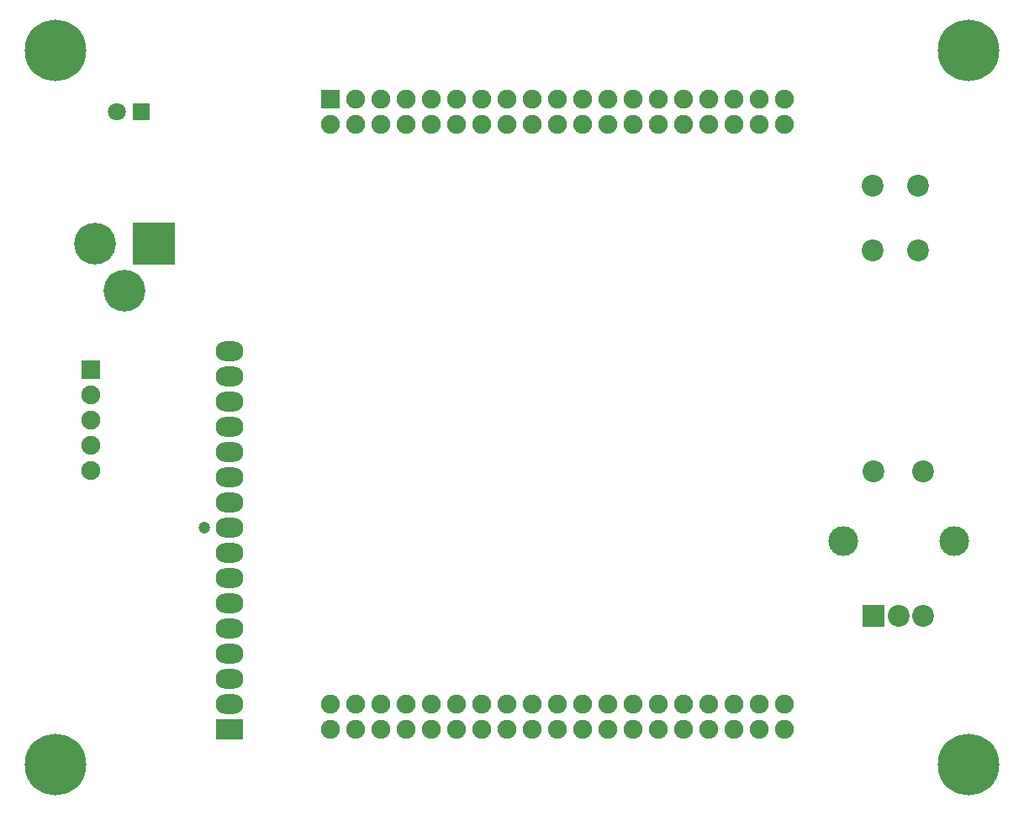
<source format=gbr>
G04 #@! TF.GenerationSoftware,KiCad,Pcbnew,5.0.0-fee4fd1~66~ubuntu18.04.1*
G04 #@! TF.CreationDate,2018-11-22T16:37:43+01:00*
G04 #@! TF.ProjectId,hwpboard,687770626F6172642E6B696361645F70,rev?*
G04 #@! TF.SameCoordinates,PX67c7620PY282da50*
G04 #@! TF.FileFunction,Soldermask,Bot*
G04 #@! TF.FilePolarity,Negative*
%FSLAX45Y45*%
G04 Gerber Fmt 4.5, Leading zero omitted, Abs format (unit mm)*
G04 Created by KiCad (PCBNEW 5.0.0-fee4fd1~66~ubuntu18.04.1) date Thu Nov 22 16:37:43 2018*
%MOMM*%
%LPD*%
G01*
G04 APERTURE LIST*
%ADD10R,2.800000X2.000000*%
%ADD11O,2.800000X2.000000*%
%ADD12C,1.900000*%
%ADD13R,1.900000X1.900000*%
%ADD14R,4.300000X4.300000*%
%ADD15C,4.200000*%
%ADD16C,6.200000*%
%ADD17O,1.900000X1.900000*%
%ADD18C,2.200000*%
%ADD19C,3.000000*%
%ADD20R,2.200000X2.200000*%
%ADD21R,1.800000X1.800000*%
%ADD22C,1.800000*%
%ADD23C,1.200000*%
G04 APERTURE END LIST*
D10*
G04 #@! TO.C,LCD1*
X2159000Y-7239000D03*
D11*
X2159000Y-6985000D03*
X2159000Y-6731000D03*
X2159000Y-6477000D03*
X2159000Y-6223000D03*
X2159000Y-5969000D03*
X2159000Y-5715000D03*
X2159000Y-5461000D03*
X2159000Y-5207000D03*
X2159000Y-4953000D03*
X2159000Y-4699000D03*
X2159000Y-4445000D03*
X2159000Y-4191000D03*
X2159000Y-3937000D03*
X2159000Y-3683000D03*
X2159000Y-3429000D03*
G04 #@! TD*
D12*
G04 #@! TO.C,NUCBRD1*
X7747000Y-7239000D03*
X7747000Y-6985000D03*
X7493000Y-7239000D03*
X7493000Y-6985000D03*
X7239000Y-7239000D03*
X7239000Y-6985000D03*
X6985000Y-7239000D03*
X6985000Y-6985000D03*
X6731000Y-7239000D03*
X6731000Y-6985000D03*
X6477000Y-7239000D03*
X6477000Y-6985000D03*
X6223000Y-7239000D03*
X6223000Y-6985000D03*
X5969000Y-7239000D03*
X5969000Y-6985000D03*
X5715000Y-7239000D03*
X5715000Y-6985000D03*
X5461000Y-7239000D03*
X5461000Y-6985000D03*
X5207000Y-7239000D03*
X5207000Y-6985000D03*
X4953000Y-7239000D03*
X4953000Y-6985000D03*
X4699000Y-7239000D03*
X4699000Y-6985000D03*
X4445000Y-7239000D03*
X4445000Y-6985000D03*
X4191000Y-7239000D03*
X4191000Y-6985000D03*
X3937000Y-7239000D03*
X3937000Y-6985000D03*
X3683000Y-7239000D03*
X3683000Y-6985000D03*
X3429000Y-7239000D03*
X3429000Y-6985000D03*
X3175000Y-7239000D03*
X3175000Y-6985000D03*
X7747000Y-1143000D03*
X7747000Y-889000D03*
X7493000Y-1143000D03*
X7493000Y-889000D03*
X7239000Y-1143000D03*
X7239000Y-889000D03*
X6985000Y-1143000D03*
X6985000Y-889000D03*
X6731000Y-1143000D03*
X6731000Y-889000D03*
X6477000Y-1143000D03*
X6477000Y-889000D03*
X6223000Y-1143000D03*
X6223000Y-889000D03*
X5969000Y-1143000D03*
X5969000Y-889000D03*
X5715000Y-1143000D03*
X5715000Y-889000D03*
X5461000Y-1143000D03*
X5461000Y-889000D03*
X5207000Y-1143000D03*
X5207000Y-889000D03*
X4953000Y-1143000D03*
X4953000Y-889000D03*
X4699000Y-1143000D03*
X4699000Y-889000D03*
X4445000Y-1143000D03*
X4445000Y-889000D03*
X4191000Y-1143000D03*
X4191000Y-889000D03*
X3937000Y-1143000D03*
X3937000Y-889000D03*
X3683000Y-1143000D03*
X3683000Y-889000D03*
X3429000Y-1143000D03*
X3429000Y-889000D03*
X3175000Y-1143000D03*
D13*
X3175000Y-889000D03*
G04 #@! TD*
D14*
G04 #@! TO.C,J1*
X1397000Y-2349500D03*
D15*
X797000Y-2349500D03*
X1097000Y-2819500D03*
G04 #@! TD*
D16*
G04 #@! TO.C,J2*
X399000Y-401000D03*
G04 #@! TD*
G04 #@! TO.C,J3*
X399000Y-7601000D03*
G04 #@! TD*
G04 #@! TO.C,J4*
X9599000Y-401000D03*
G04 #@! TD*
G04 #@! TO.C,J5*
X9599000Y-7601000D03*
G04 #@! TD*
D13*
G04 #@! TO.C,MoistureSensor1*
X762000Y-3619500D03*
D17*
X762000Y-3873500D03*
X762000Y-4127500D03*
X762000Y-4381500D03*
X762000Y-4635500D03*
G04 #@! TD*
D18*
G04 #@! TO.C,PushButton1*
X8636000Y-1763000D03*
X9086000Y-1763000D03*
X8636000Y-2413000D03*
X9086000Y-2413000D03*
G04 #@! TD*
G04 #@! TO.C,RotaryEncoder1*
X9144000Y-4646000D03*
X8644000Y-4646000D03*
D19*
X9454000Y-5346000D03*
X8334000Y-5346000D03*
D18*
X9144000Y-6096000D03*
X8894000Y-6096000D03*
D20*
X8644000Y-6096000D03*
G04 #@! TD*
D21*
G04 #@! TO.C,C3*
X1270000Y-1016000D03*
D22*
X1020000Y-1016000D03*
G04 #@! TD*
D23*
X1905000Y-5207000D03*
M02*

</source>
